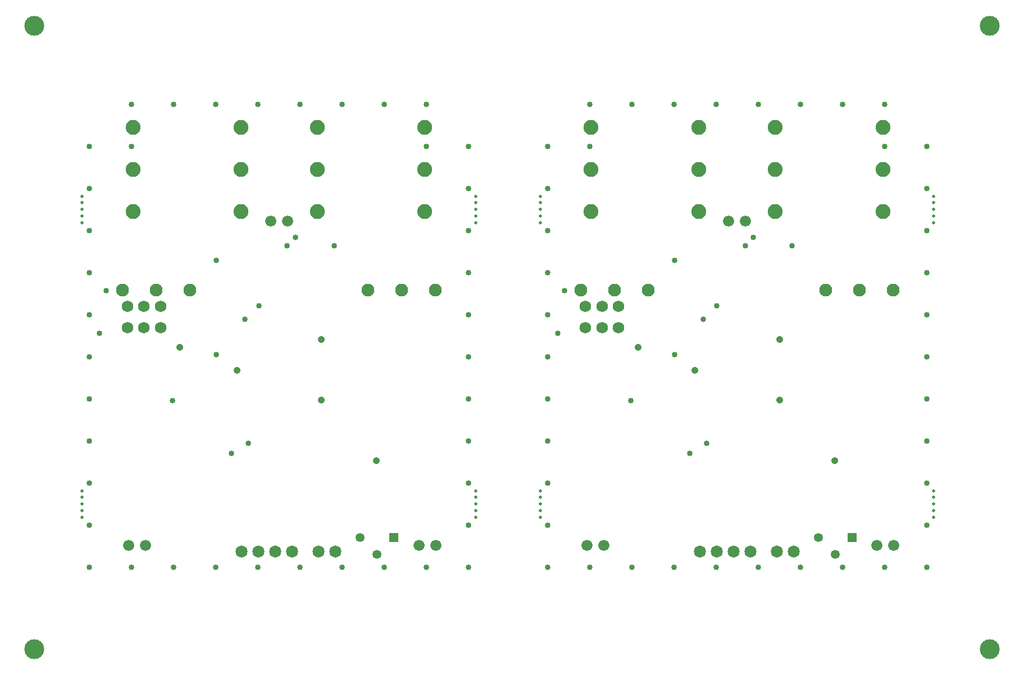
<source format=gbs>
G04*
G04 #@! TF.GenerationSoftware,Altium Limited,Altium Designer,19.1.6 (110)*
G04*
G04 Layer_Color=16711935*
%FSLAX25Y25*%
%MOIN*%
G70*
G01*
G75*
%ADD10C,0.11811*%
%ADD33C,0.01968*%
%ADD71C,0.06591*%
%ADD72C,0.07191*%
%ADD73R,0.05315X0.05315*%
%ADD74C,0.05315*%
%ADD75C,0.07678*%
%ADD76C,0.06890*%
%ADD77C,0.08859*%
%ADD78C,0.03347*%
%ADD79C,0.04091*%
D10*
X11811Y11811D02*
D03*
X578740D02*
D03*
Y381890D02*
D03*
X11811Y381890D02*
D03*
D33*
X312205Y280807D02*
D03*
Y276870D02*
D03*
Y272933D02*
D03*
Y265059D02*
D03*
Y268996D02*
D03*
X312106Y93996D02*
D03*
Y90059D02*
D03*
Y97933D02*
D03*
Y101870D02*
D03*
Y105807D02*
D03*
X545571Y268996D02*
D03*
Y265059D02*
D03*
Y272933D02*
D03*
Y276870D02*
D03*
Y280807D02*
D03*
X545571Y93996D02*
D03*
Y90059D02*
D03*
Y97933D02*
D03*
Y101870D02*
D03*
Y105807D02*
D03*
X273622Y105807D02*
D03*
Y101870D02*
D03*
Y97933D02*
D03*
Y90059D02*
D03*
Y93996D02*
D03*
X273622Y280807D02*
D03*
Y276870D02*
D03*
Y272933D02*
D03*
Y265059D02*
D03*
Y268996D02*
D03*
X40157Y105807D02*
D03*
Y101870D02*
D03*
Y97933D02*
D03*
Y90059D02*
D03*
Y93996D02*
D03*
X40256Y268996D02*
D03*
Y265059D02*
D03*
Y272933D02*
D03*
Y276870D02*
D03*
Y280807D02*
D03*
D71*
X161958Y265882D02*
D03*
X151958D02*
D03*
X77891Y73362D02*
D03*
X67891D02*
D03*
X249977Y73362D02*
D03*
X239977D02*
D03*
X433828Y265882D02*
D03*
X423828D02*
D03*
X349761Y73362D02*
D03*
X339761D02*
D03*
X521847Y73362D02*
D03*
X511847D02*
D03*
D72*
X144773Y69582D02*
D03*
X134773D02*
D03*
X154773D02*
D03*
X164773D02*
D03*
X180483Y69622D02*
D03*
X190483D02*
D03*
X416643Y69582D02*
D03*
X406643D02*
D03*
X426643D02*
D03*
X436643D02*
D03*
X452353Y69622D02*
D03*
X462354D02*
D03*
D73*
X225147Y77890D02*
D03*
X497017D02*
D03*
D74*
X215147Y67890D02*
D03*
X205147Y77890D02*
D03*
X487017Y67890D02*
D03*
X477017Y77890D02*
D03*
D75*
X249698Y225016D02*
D03*
X229698D02*
D03*
X209698D02*
D03*
X104198D02*
D03*
X84198D02*
D03*
X64198D02*
D03*
X521568D02*
D03*
X501569D02*
D03*
X481568D02*
D03*
X376068D02*
D03*
X356068D02*
D03*
X336069D02*
D03*
D76*
X76820Y202693D02*
D03*
X86663D02*
D03*
X66978D02*
D03*
Y215291D02*
D03*
X86663D02*
D03*
X76820D02*
D03*
X348691Y202693D02*
D03*
X358533D02*
D03*
X338848D02*
D03*
Y215291D02*
D03*
X358533D02*
D03*
X348691D02*
D03*
D77*
X179609Y296616D02*
D03*
X243507D02*
D03*
X179609Y321616D02*
D03*
X243507D02*
D03*
X179609Y271616D02*
D03*
X243507D02*
D03*
X70390Y296616D02*
D03*
X134288D02*
D03*
X70390Y321616D02*
D03*
X134288D02*
D03*
X70390Y271616D02*
D03*
X134288D02*
D03*
X451479Y296616D02*
D03*
X515378D02*
D03*
X451479Y321616D02*
D03*
X515378D02*
D03*
X451479Y271616D02*
D03*
X515378D02*
D03*
X342261Y296616D02*
D03*
X406158D02*
D03*
X342261Y321616D02*
D03*
X406158D02*
D03*
X342261Y271616D02*
D03*
X406158D02*
D03*
D78*
X166670Y256471D02*
D03*
X219498Y335516D02*
D03*
X44498Y260516D02*
D03*
X119498Y60516D02*
D03*
X144498Y335516D02*
D03*
X269498Y260516D02*
D03*
X44498Y85516D02*
D03*
X269498Y310516D02*
D03*
X244498Y60516D02*
D03*
X269498Y85516D02*
D03*
X44498Y110516D02*
D03*
X94498Y335516D02*
D03*
X244498Y310516D02*
D03*
X44498D02*
D03*
X69498Y60516D02*
D03*
X44498Y235516D02*
D03*
X69498Y335516D02*
D03*
X269498Y185516D02*
D03*
X144498Y60516D02*
D03*
X269498Y110516D02*
D03*
X194498Y335516D02*
D03*
X44498Y135516D02*
D03*
Y60516D02*
D03*
X269498Y135516D02*
D03*
Y160516D02*
D03*
X219498Y60516D02*
D03*
X269498Y235516D02*
D03*
X194498Y60516D02*
D03*
X244498Y335516D02*
D03*
X44498Y160516D02*
D03*
X169498Y335516D02*
D03*
X269498Y285516D02*
D03*
X94498Y60516D02*
D03*
X44498Y185516D02*
D03*
X119498Y335516D02*
D03*
X44498Y210516D02*
D03*
Y285516D02*
D03*
X69498Y310516D02*
D03*
X269498Y210516D02*
D03*
X169498Y60516D02*
D03*
X269498D02*
D03*
X189676Y251315D02*
D03*
X128789Y127988D02*
D03*
X136860Y207614D02*
D03*
X138768Y133992D02*
D03*
X145029Y215784D02*
D03*
X54478Y224642D02*
D03*
X50442Y199346D02*
D03*
X119734Y186650D02*
D03*
Y242555D02*
D03*
X93817Y159413D02*
D03*
X161761Y251315D02*
D03*
X438540Y256471D02*
D03*
X491368Y335516D02*
D03*
X316369Y260516D02*
D03*
X391369Y60516D02*
D03*
X416368Y335516D02*
D03*
X541368Y260516D02*
D03*
X316369Y85516D02*
D03*
X541368Y310516D02*
D03*
X516368Y60516D02*
D03*
X541368Y85516D02*
D03*
X316369Y110516D02*
D03*
X366369Y335516D02*
D03*
X516368Y310516D02*
D03*
X316369D02*
D03*
X341369Y60516D02*
D03*
X316369Y235516D02*
D03*
X341369Y335516D02*
D03*
X541368Y185516D02*
D03*
X416368Y60516D02*
D03*
X541368Y110516D02*
D03*
X466368Y335516D02*
D03*
X316369Y135516D02*
D03*
Y60516D02*
D03*
X541368Y135516D02*
D03*
Y160516D02*
D03*
X491368Y60516D02*
D03*
X541368Y235516D02*
D03*
X466368Y60516D02*
D03*
X516368Y335516D02*
D03*
X316369Y160516D02*
D03*
X441368Y335516D02*
D03*
X541368Y285516D02*
D03*
X366369Y60516D02*
D03*
X316369Y185516D02*
D03*
X391369Y335516D02*
D03*
X316369Y210516D02*
D03*
Y285516D02*
D03*
X341369Y310516D02*
D03*
X541368Y210516D02*
D03*
X441368Y60516D02*
D03*
X541368D02*
D03*
X461546Y251315D02*
D03*
X400659Y127988D02*
D03*
X408730Y207614D02*
D03*
X410638Y133992D02*
D03*
X416899Y215784D02*
D03*
X326348Y224642D02*
D03*
X322312Y199346D02*
D03*
X391604Y186650D02*
D03*
Y242555D02*
D03*
X365687Y159413D02*
D03*
X433632Y251315D02*
D03*
D79*
X214911Y123658D02*
D03*
X98234Y191177D02*
D03*
X131985Y177201D02*
D03*
X182098Y159681D02*
D03*
Y195803D02*
D03*
X486781Y123658D02*
D03*
X370104Y191177D02*
D03*
X403856Y177201D02*
D03*
X453968Y159681D02*
D03*
Y195803D02*
D03*
M02*

</source>
